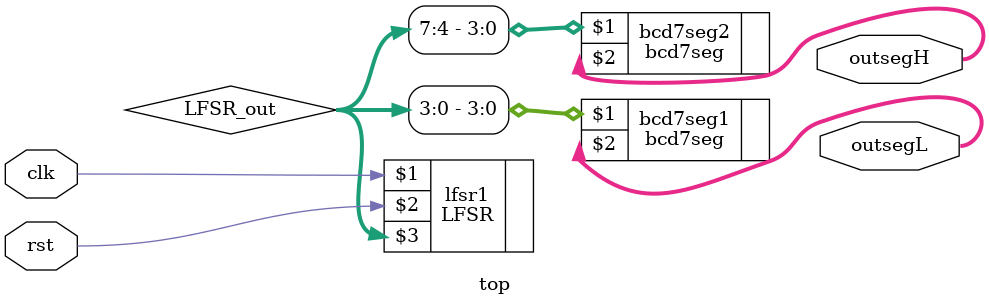
<source format=v>
module top(clk, rst, outsegL, outsegH);
	input clk;
	input rst;

	wire [7:0] LFSR_out;

	output [7:0] outsegL;
	output [7:0] outsegH;

	LFSR lfsr1(clk, rst, LFSR_out);
	bcd7seg bcd7seg1(LFSR_out[3:0], outsegL);
	bcd7seg bcd7seg2(LFSR_out[7:4], outsegH);

	
endmodule
</source>
